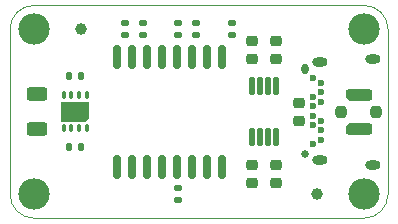
<source format=gbs>
%TF.GenerationSoftware,KiCad,Pcbnew,7.0.10*%
%TF.CreationDate,2024-02-15T14:25:30-05:00*%
%TF.ProjectId,wingbeat_detector,77696e67-6265-4617-945f-646574656374,4.0*%
%TF.SameCoordinates,Original*%
%TF.FileFunction,Soldermask,Bot*%
%TF.FilePolarity,Negative*%
%FSLAX46Y46*%
G04 Gerber Fmt 4.6, Leading zero omitted, Abs format (unit mm)*
G04 Created by KiCad (PCBNEW 7.0.10) date 2024-02-15 14:25:30*
%MOMM*%
%LPD*%
G01*
G04 APERTURE LIST*
G04 Aperture macros list*
%AMRoundRect*
0 Rectangle with rounded corners*
0 $1 Rounding radius*
0 $2 $3 $4 $5 $6 $7 $8 $9 X,Y pos of 4 corners*
0 Add a 4 corners polygon primitive as box body*
4,1,4,$2,$3,$4,$5,$6,$7,$8,$9,$2,$3,0*
0 Add four circle primitives for the rounded corners*
1,1,$1+$1,$2,$3*
1,1,$1+$1,$4,$5*
1,1,$1+$1,$6,$7*
1,1,$1+$1,$8,$9*
0 Add four rect primitives between the rounded corners*
20,1,$1+$1,$2,$3,$4,$5,0*
20,1,$1+$1,$4,$5,$6,$7,0*
20,1,$1+$1,$6,$7,$8,$9,0*
20,1,$1+$1,$8,$9,$2,$3,0*%
%AMFreePoly0*
4,1,18,-0.825000,1.117500,-0.818720,1.149071,-0.800836,1.175836,-0.774071,1.193720,-0.742500,1.200000,0.742500,1.200000,0.774071,1.193720,0.800836,1.175836,0.818720,1.149071,0.825000,1.117500,0.825000,-1.117500,0.818720,-1.149071,0.800836,-1.175836,0.774071,-1.193720,0.742500,-1.200000,-0.495000,-1.200000,-0.825000,-0.870000,-0.825000,1.117500,-0.825000,1.117500,$1*%
%AMFreePoly1*
4,1,18,-0.475000,0.910000,-0.460537,0.982710,-0.419350,1.044350,-0.357710,1.085537,-0.285000,1.100000,0.285000,1.100000,0.357710,1.085537,0.419350,1.044350,0.460537,0.982710,0.475000,0.910000,0.475000,-0.862500,0.237500,-1.100000,-0.285000,-1.100000,-0.357710,-1.085537,-0.419350,-1.044350,-0.460537,-0.982710,-0.475000,-0.910000,-0.475000,0.910000,-0.475000,0.910000,$1*%
%AMFreePoly2*
4,1,18,-0.475000,0.910000,-0.460537,0.982710,-0.419350,1.044350,-0.357710,1.085537,-0.285000,1.100000,0.285000,1.100000,0.357710,1.085537,0.419350,1.044350,0.460537,0.982710,0.475000,0.910000,0.475000,-0.910000,0.460537,-0.982710,0.419350,-1.044350,0.357710,-1.085537,0.285000,-1.100000,-0.237500,-1.100000,-0.475000,-0.862500,-0.475000,0.910000,-0.475000,0.910000,$1*%
G04 Aperture macros list end*
%ADD10C,2.660000*%
%ADD11C,0.650000*%
%ADD12O,0.650000X0.900000*%
%ADD13C,0.600000*%
%ADD14O,1.300000X0.800000*%
%ADD15RoundRect,0.140000X0.170000X-0.140000X0.170000X0.140000X-0.170000X0.140000X-0.170000X-0.140000X0*%
%ADD16RoundRect,0.135000X-0.185000X0.135000X-0.185000X-0.135000X0.185000X-0.135000X0.185000X0.135000X0*%
%ADD17RoundRect,0.225000X0.250000X-0.225000X0.250000X0.225000X-0.250000X0.225000X-0.250000X-0.225000X0*%
%ADD18RoundRect,0.135000X0.185000X-0.135000X0.185000X0.135000X-0.185000X0.135000X-0.185000X-0.135000X0*%
%ADD19RoundRect,0.030000X0.120000X-0.270000X0.120000X0.270000X-0.120000X0.270000X-0.120000X-0.270000X0*%
%ADD20FreePoly0,90.000000*%
%ADD21C,1.000000*%
%ADD22RoundRect,0.250000X0.625000X-0.312500X0.625000X0.312500X-0.625000X0.312500X-0.625000X-0.312500X0*%
%ADD23RoundRect,0.028200X0.206800X-0.681800X0.206800X0.681800X-0.206800X0.681800X-0.206800X-0.681800X0*%
%ADD24RoundRect,0.150000X0.150000X-0.875000X0.150000X0.875000X-0.150000X0.875000X-0.150000X-0.875000X0*%
%ADD25RoundRect,0.237500X-0.237500X0.262500X-0.237500X-0.262500X0.237500X-0.262500X0.237500X0.262500X0*%
%ADD26FreePoly1,270.000000*%
%ADD27FreePoly2,270.000000*%
%ADD28RoundRect,0.140000X0.140000X0.170000X-0.140000X0.170000X-0.140000X-0.170000X0.140000X-0.170000X0*%
%ADD29RoundRect,0.140000X-0.170000X0.140000X-0.170000X-0.140000X0.170000X-0.140000X0.170000X0.140000X0*%
%ADD30RoundRect,0.225000X-0.250000X0.225000X-0.250000X-0.225000X0.250000X-0.225000X0.250000X0.225000X0*%
%TA.AperFunction,Profile*%
%ADD31C,0.100000*%
%TD*%
G04 APERTURE END LIST*
D10*
%TO.C,H2*%
X164000000Y-93000000D03*
%TD*%
D11*
%TO.C,J1*%
X159000000Y-103550000D03*
D12*
X159000000Y-96350000D03*
D13*
X159650000Y-97150000D03*
X160350000Y-97550000D03*
X160350000Y-98350000D03*
X159650000Y-98750000D03*
X160350000Y-99150000D03*
X159650000Y-99550000D03*
X159650000Y-100350000D03*
X160350000Y-100750000D03*
X159650000Y-101150000D03*
X160350000Y-101550000D03*
X160350000Y-102350000D03*
X159650000Y-102750000D03*
D14*
X160250000Y-104080000D03*
X160250000Y-95820000D03*
X164700000Y-104490000D03*
X164700000Y-95510000D03*
%TD*%
D10*
%TO.C,H4*%
X136000000Y-107000000D03*
%TD*%
%TO.C,H3*%
X164000000Y-107000000D03*
%TD*%
%TO.C,H1*%
X136000000Y-93000000D03*
%TD*%
D15*
%TO.C,C7*%
X145250000Y-93480000D03*
X145250000Y-92520000D03*
%TD*%
D16*
%TO.C,R3*%
X148250000Y-92490000D03*
X148250000Y-93510000D03*
%TD*%
D17*
%TO.C,C4*%
X156500000Y-95525000D03*
X156500000Y-93975000D03*
%TD*%
%TO.C,C5*%
X154500000Y-106025000D03*
X154500000Y-104475000D03*
%TD*%
%TO.C,C1*%
X154500000Y-95525000D03*
X154500000Y-93975000D03*
%TD*%
D18*
%TO.C,R6*%
X149750000Y-93510000D03*
X149750000Y-92490000D03*
%TD*%
D19*
%TO.C,U4*%
X140475000Y-101400000D03*
X139825000Y-101400000D03*
X139175000Y-101400000D03*
X138525000Y-101400000D03*
X138525000Y-98600000D03*
X139175000Y-98600000D03*
X139825000Y-98600000D03*
X140475000Y-98600000D03*
D20*
X139500000Y-100000000D03*
%TD*%
D16*
%TO.C,R4*%
X148250000Y-106490000D03*
X148250000Y-107510000D03*
%TD*%
D21*
%TO.C,FID2*%
X160000000Y-107000000D03*
%TD*%
D22*
%TO.C,R11*%
X136250000Y-101462500D03*
X136250000Y-98537500D03*
%TD*%
D23*
%TO.C,U1*%
X156475000Y-102165000D03*
X155825000Y-102165000D03*
X155175000Y-102165000D03*
X154525000Y-102165000D03*
X154525000Y-97835000D03*
X155175000Y-97835000D03*
X155825000Y-97835000D03*
X156475000Y-97835000D03*
%TD*%
D24*
%TO.C,U3*%
X151945000Y-104650000D03*
X150675000Y-104650000D03*
X149405000Y-104650000D03*
X148135000Y-104650000D03*
X146865000Y-104650000D03*
X145595000Y-104650000D03*
X144325000Y-104650000D03*
X143055000Y-104650000D03*
X143055000Y-95350000D03*
X144325000Y-95350000D03*
X145595000Y-95350000D03*
X146865000Y-95350000D03*
X148135000Y-95350000D03*
X149405000Y-95350000D03*
X150675000Y-95350000D03*
X151945000Y-95350000D03*
%TD*%
D25*
%TO.C,J2*%
X162025000Y-100000000D03*
D26*
X163500000Y-98575000D03*
D25*
X164975000Y-100000000D03*
D27*
X163500000Y-101425000D03*
%TD*%
D28*
%TO.C,C10*%
X139980000Y-97000000D03*
X139020000Y-97000000D03*
%TD*%
D29*
%TO.C,C9*%
X143750000Y-92520000D03*
X143750000Y-93480000D03*
%TD*%
D16*
%TO.C,R8*%
X152750000Y-92490000D03*
X152750000Y-93510000D03*
%TD*%
D21*
%TO.C,FID4*%
X140000000Y-93000000D03*
%TD*%
D30*
%TO.C,C2*%
X158500000Y-99225000D03*
X158500000Y-100775000D03*
%TD*%
%TO.C,C3*%
X156500000Y-104475000D03*
X156500000Y-106025000D03*
%TD*%
D28*
%TO.C,C11*%
X139980000Y-103000000D03*
X139020000Y-103000000D03*
%TD*%
D31*
X134000000Y-93000000D02*
X134000000Y-107000000D01*
X164000000Y-109000000D02*
G75*
G03*
X166000000Y-107000000I0J2000000D01*
G01*
X166000000Y-93000000D02*
G75*
G03*
X164000000Y-91000000I-2000000J0D01*
G01*
X136000000Y-91000000D02*
X164000000Y-91000000D01*
X136000000Y-91000000D02*
G75*
G03*
X134000000Y-93000000I0J-2000000D01*
G01*
X166000000Y-107000000D02*
X166000000Y-93000000D01*
X136000000Y-109000000D02*
X164000000Y-109000000D01*
X134000000Y-107000000D02*
G75*
G03*
X136000000Y-109000000I2000000J0D01*
G01*
M02*

</source>
